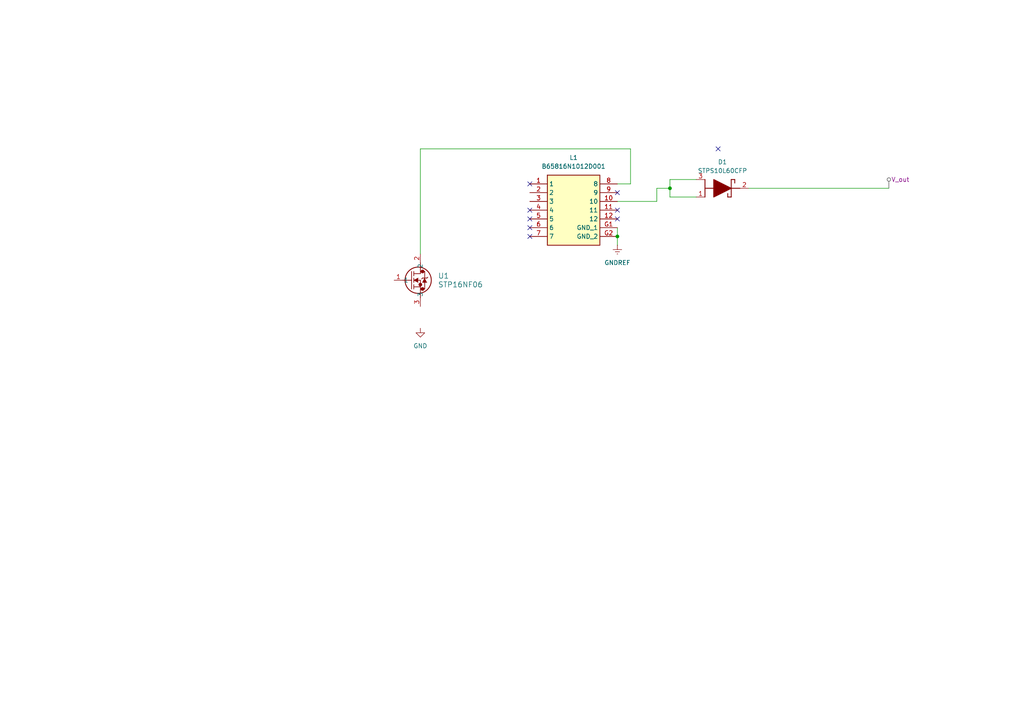
<source format=kicad_sch>
(kicad_sch (version 20250114) (generator "eeschema") (generator_version "9.0")
  (paper "A4")
  (lib_symbols
    (symbol "Samacsys:B65816N1012D001"
      (property "Reference" "L" (at 21.59 7.62 0))
      (property "Value" "B65816N1012D001" (at 21.59 5.08 0))
      (symbol "B65816N1012D001_1_1"
        (rectangle (start 5.08 2.54) (end 20.32 -17.78) (stroke (width 0.254)) (fill (type background)))
        (pin passive line (at 0 0 0) (length 5.08) (name "1") (number "1"))
        (pin passive line (at 0 -2.54 0) (length 5.08) (name "2") (number "2"))
        (pin passive line (at 0 -5.08 0) (length 5.08) (name "3") (number "3"))
        (pin passive line (at 0 -7.62 0) (length 5.08) (name "4") (number "4"))
        (pin passive line (at 0 -10.16 0) (length 5.08) (name "5") (number "5"))
        (pin passive line (at 0 -12.7 0) (length 5.08) (name "6") (number "6"))
        (pin passive line (at 0 -15.24 0) (length 5.08) (name "7") (number "7"))
        (pin passive line (at 25.4 0 180) (length 5.08) (name "8") (number "8"))
        (pin passive line (at 25.4 -2.54 180) (length 5.08) (name "9") (number "9"))
        (pin passive line (at 25.4 -5.08 180) (length 5.08) (name "10") (number "10"))
        (pin passive line (at 25.4 -7.62 180) (length 5.08) (name "11") (number "11"))
        (pin passive line (at 25.4 -10.16 180) (length 5.08) (name "12") (number "12"))
        (pin passive line (at 25.4 -12.7 180) (length 5.08) (name "GND_1") (number "G1"))
        (pin passive line (at 25.4 -15.24 180) (length 5.08) (name "GND_2") (number "G2"))
      )
    )
    (symbol "Samacsys:STPS10L60CFP" (pin_names (hide yes))
      (property "Reference" "D" (at 12.7 8.89 0))
      (property "Value" "STPS10L60CFP" (at 12.7 6.35 0))
      (symbol "STPS10L60CFP_1_1"
        (polyline (pts (xy 5.08 0) (xy 7.62 0)) (stroke (width 0.254)))
        (polyline (pts (xy 6.604 -1.524) (xy 6.604 -2.54)) (stroke (width 0.254)))
        (polyline (pts (xy 7.62 2.54) (xy 7.62 -2.54)) (stroke (width 0.254)))
        (polyline (pts (xy 7.62 2.54) (xy 8.636 2.54)) (stroke (width 0.254)))
        (polyline (pts (xy 7.62 0) (xy 12.7 2.54) (xy 12.7 -2.54) (xy 7.62 0)) (stroke (width 0.254)) (fill (type outline)))
        (polyline (pts (xy 7.62 -2.54) (xy 6.604 -2.54)) (stroke (width 0.254)))
        (polyline (pts (xy 8.636 1.524) (xy 8.636 2.54)) (stroke (width 0.254)))
        (polyline (pts (xy 12.7 0) (xy 15.24 0)) (stroke (width 0.254)))
        (polyline (pts (xy 15.24 2.54) (xy 15.24 -2.54)) (stroke (width 0.254)))
        (pin passive line (at 2.54 0 0) (length 2.54) (name "K") (number "2"))
        (pin passive line (at 17.78 2.54 180) (length 2.54) (name "A1") (number "1"))
        (pin passive line (at 17.78 -2.54 180) (length 2.54) (name "A2") (number "3"))
      )
    )
    (symbol "Snapeda:STP16NF06" (pin_names (offset 0.254))
      (property "Reference" "U" (at 11.43 1.905 0))
      (property "Value" "STP16NF06" (at 11.43 -2.54 0))
      (symbol "STP16NF06_1_1"
        (polyline (pts (xy 2.54 0) (xy 5.08 0)) (stroke (width 0.2032)))
        (polyline (pts (xy 5.08 -2.54) (xy 5.08 2.54)) (stroke (width 0.2032)))
        (polyline (pts (xy 5.715 1.905) (xy 7.62 1.905)) (stroke (width 0.2032)))
        (polyline (pts (xy 5.715 1.27) (xy 5.715 2.54)) (stroke (width 0.2032)))
        (polyline (pts (xy 5.715 -0.635) (xy 5.715 0.635)) (stroke (width 0.2032)))
        (polyline (pts (xy 5.715 -1.905) (xy 7.62 -1.905)) (stroke (width 0.2032)))
        (polyline (pts (xy 5.715 -2.54) (xy 5.715 -1.27)) (stroke (width 0.2032)))
        (polyline (pts (xy 6.985 0.635) (xy 5.715 0) (xy 6.985 -0.635)) (fill (type outline)))
        (polyline (pts (xy 6.985 0) (xy 7.62 0)) (stroke (width 0.2032)))
        (circle (center 6.985 0) (radius 3.81) (stroke (width 0.254)))
        (polyline (pts (xy 7.62 2.54) (xy 8.89 2.54)) (stroke (width 0.2032)))
        (polyline (pts (xy 7.62 1.905) (xy 7.62 5.08)) (stroke (width 0.2032)))
        (circle (center 7.62 -1.27) (radius 0.0254) (stroke (width 0.508)))
        (polyline (pts (xy 7.62 -2.54) (xy 8.89 -2.54)) (stroke (width 0.2032)))
        (polyline (pts (xy 7.62 -5.08) (xy 7.62 0)) (stroke (width 0.2032)))
        (circle (center 8.255 2.54) (radius 0.0254) (stroke (width 0.508)))
        (polyline (pts (xy 8.255 0.635) (xy 8.001 0.381)) (stroke (width 0.2032)))
        (circle (center 8.255 -2.54) (radius 0.0254) (stroke (width 0.508)))
        (polyline (pts (xy 8.89 0.635) (xy 8.89 2.54)) (stroke (width 0.2032)))
        (polyline (pts (xy 8.89 -2.54) (xy 8.89 -0.635)) (stroke (width 0.2032)))
        (polyline (pts (xy 9.525 0.635) (xy 8.255 0.635)) (stroke (width 0.2032)))
        (polyline (pts (xy 9.525 -0.635) (xy 8.255 -0.635) (xy 8.89 0.635)) (fill (type outline)))
        (polyline (pts (xy 9.779 0.889) (xy 9.525 0.635)) (stroke (width 0.2032)))
        (pin unspecified line (at 0 0 0) (length 2.54) (name "1") (number "1"))
        (pin unspecified line (at 7.62 7.62 270) (length 2.54) (name "2") (number "2"))
        (pin unspecified line (at 7.62 -7.62 90) (length 2.54) (name "3") (number "3"))
      )
    )
    (symbol "power:GND" (power) (pin_numbers (hide yes)) (pin_names (offset 0) (hide yes))
      (property "Value" "GND" (at 0 -3.81 0))
      (symbol "GND_0_1"
        (polyline (pts (xy 0 0) (xy 0 -1.27) (xy 1.27 -1.27) (xy 0 -2.54) (xy -1.27 -1.27) (xy 0 -1.27)))
      )
      (symbol "GND_1_1"
        (pin power_in line (at 0 0 270) (length 0) (name "~") (number "1"))
      )
    )
    (symbol "power:GNDREF" (power) (pin_numbers (hide yes)) (pin_names (offset 0) (hide yes))
      (property "Value" "GNDREF" (at 0 -3.81 0))
      (symbol "GNDREF_0_1"
        (polyline (pts (xy -0.635 -1.905) (xy 0.635 -1.905)))
        (polyline (pts (xy -0.127 -2.54) (xy 0.127 -2.54)))
        (polyline (pts (xy 0 -1.27) (xy 0 0)))
        (polyline (pts (xy 1.27 -1.27) (xy -1.27 -1.27)))
      )
      (symbol "GNDREF_1_1"
        (pin power_in line (at 0 0 270) (length 0) (name "~") (number "1"))
      )
    )
  )
  (junction (at 179.07 68.58))
  (junction (at 194.31 54.61))
  (no_connect (at 153.67 66.04))
  (no_connect (at 153.67 53.34))
  (no_connect (at 153.67 68.58))
  (no_connect (at 208.28 43.18))
  (no_connect (at 179.07 63.5))
  (no_connect (at 153.67 60.96))
  (no_connect (at 179.07 55.88))
  (no_connect (at 153.67 63.5))
  (no_connect (at 179.07 60.96))
  (wire (pts (xy 179.07 53.34) (xy 182.88 53.34)))
  (wire (pts (xy 190.5 58.42) (xy 190.5 54.61)))
  (wire (pts (xy 194.31 54.61) (xy 194.31 57.15)))
  (wire (pts (xy 182.88 53.34) (xy 182.88 43.18)))
  (wire (pts (xy 179.07 66.04) (xy 179.07 68.58)))
  (wire (pts (xy 121.92 43.18) (xy 121.92 73.66)))
  (wire (pts (xy 182.88 43.18) (xy 121.92 43.18)))
  (wire (pts (xy 201.93 52.07) (xy 194.31 52.07)))
  (wire (pts (xy 190.5 54.61) (xy 194.31 54.61)))
  (wire (pts (xy 194.31 52.07) (xy 194.31 54.61)))
  (wire (pts (xy 179.07 58.42) (xy 190.5 58.42)))
  (wire (pts (xy 194.31 57.15) (xy 201.93 57.15)))
  (wire (pts (xy 179.07 68.58) (xy 179.07 71.12)))
  (wire (pts (xy 217.17 54.61) (xy 257.81 54.61)))
  (netclass_flag "" (length 2.54) (shape round) (at 257.81 54.61 0) (property "Netclass" "V_out" (at 258.5085 52.07 0) (effects (justify left))))
  (symbol (lib_id "power:GNDREF") (at 179.07 71.12 0) (unit 1)
    (property "Reference" "#PWR02" (effects (hide yes)))
    (property "Value" "GNDREF" (at 179.07 76.2 0))
    (property "Description" "Power symbol creates a global label with name \"GNDREF\" , reference supply ground" (effects (hide yes)))
  )
  (symbol (lib_id "Samacsys:STPS10L60CFP") (at 219.71 54.61 180) (unit 1)
    (property "Reference" "D1" (at 209.55 46.99 0))
    (property "Value" "STPS10L60CFP" (at 209.55 49.53 0))
    (property "Footprint" "Samacsys:TO255P460X1020X2030-3P" (effects (hide yes)))
    (property "Datasheet" "https://www.st.com/resource/en/datasheet/stps10l60c.pdf" (effects (hide yes)))
    (property "Description" "Dual Schottky barrier diode,STPS10L60CFP" (effects (hide yes)))
    (property "Height" "4.6" (effects (hide yes)))
    (property "Manufacturer_Name" "STMicroelectronics" (effects (hide yes)))
    (property "Manufacturer_Part_Number" "STPS10L60CFP" (effects (hide yes)))
    (property "Mouser Part Number" "511-STPS10L60CFP" (effects (hide yes)))
    (property "Mouser Price/Stock" "https://www.mouser.co.uk/ProductDetail/STMicroelectronics/STPS10L60CFP?qs=5Uvc6lfWVJxXCZ8HFkG8Kw%3D%3D" (effects (hide yes)))
    (property "Arrow Part Number" "STPS10L60CFP" (effects (hide yes)))
    (property "Arrow Price/Stock" "https://www.arrow.com/en/products/stps10l60cfp/stmicroelectronics" (effects (hide yes)))
  )
  (symbol (lib_id "power:GND") (at 121.92 95.25 0) (unit 1)
    (property "Reference" "#PWR01" (effects (hide yes)))
    (property "Value" "GND" (at 121.92 100.33 0))
    (property "Description" "Power symbol creates a global label with name \"GND\" , ground" (effects (hide yes)))
  )
  (symbol (lib_id "Snapeda:STP16NF06") (at 114.3 81.28 0) (unit 1)
    (property "Reference" "U1" (at 127 80.0099 0) (effects (font (size 1.524 1.524)) (justify left)))
    (property "Value" "STP16NF06" (at 127 82.5499 0) (effects (font (size 1.524 1.524)) (justify left)))
    (property "Footprint" "Snapeda:TO-220_STM" (effects (hide yes)))
    (property "Datasheet" "https://www.st.com/resource/en/datasheet/stp16nf06.pdf" (effects (hide yes)))
  )
  (symbol (lib_id "Samacsys:B65816N1012D001") (at 153.67 53.34 0) (unit 1)
    (property "Reference" "L1" (at 166.37 45.72 0))
    (property "Value" "B65816N1012D001" (at 166.37 48.26 0))
    (property "Footprint" "Samacsys:B65816N1012D001" (effects (hide yes)))
    (property "Datasheet" "https://product.tdk.com/system/files/dam/doc/product/ferrite/ferrite/ferrite-acc/data_sheet/80/db/fer/rm_12.pdf" (effects (hide yes)))
    (property "Description" "Ferrite Accessories, RM Cores Accessories, Coil former (RM 12)" (effects (hide yes)))
    (property "Height" "18" (effects (hide yes)))
    (property "Manufacturer_Name" "TDK" (effects (hide yes)))
    (property "Manufacturer_Part_Number" "B65816N1012D001" (effects (hide yes)))
    (property "Mouser Part Number" "N/A" (effects (hide yes)))
    (property "Mouser Price/Stock" "https://www.mouser.co.uk/ProductDetail/EPCOS-TDK/B65816N1012D001?qs=Uha62PnlbFBZRp0qVmTuFg%3D%3D" (effects (hide yes)))
    (property "Arrow Part Number" "B65816N1012D001" (effects (hide yes)))
    (property "Arrow Price/Stock" "https://www.arrow.com/en/products/b65816n1012d001/tdk?utm_currency=USD&region=europe" (effects (hide yes)))
  )
)
</source>
